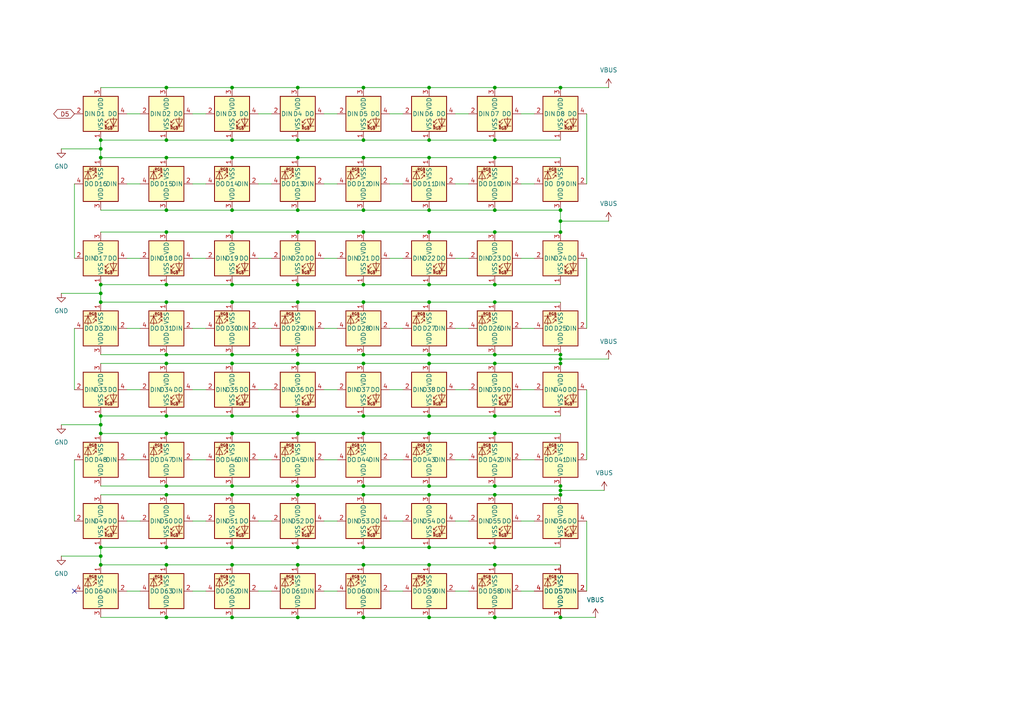
<source format=kicad_sch>
(kicad_sch (version 20250114) (generator "eeschema") (generator_version "9.0")
  (paper "A4")
  (lib_symbols
    (symbol "LED:Inolux_IN-PI554FCH" (pin_names (offset 0.254))
      (property "Reference" "D" (at 5.08 5.715 0))
      (property "Value" "Inolux_IN-PI554FCH" (at 1.27 -5.715 0))
      (symbol "Inolux_IN-PI554FCH_0_0"
        (text "RGB" (at 2.286 -4.191 0) (effects (font (size 0.762 0.762))))
      )
      (symbol "Inolux_IN-PI554FCH_0_1"
        (polyline (pts (xy 1.27 -2.54) (xy 1.778 -2.54)))
        (polyline (pts (xy 1.27 -3.556) (xy 1.778 -3.556)))
        (polyline (pts (xy 2.286 -1.524) (xy 1.27 -2.54) (xy 1.27 -2.032)))
        (polyline (pts (xy 2.286 -2.54) (xy 1.27 -3.556) (xy 1.27 -3.048)))
        (polyline (pts (xy 3.683 -1.016) (xy 3.683 -3.556) (xy 3.683 -4.064)))
        (polyline (pts (xy 4.699 -1.524) (xy 2.667 -1.524) (xy 3.683 -3.556) (xy 4.699 -1.524)))
        (polyline (pts (xy 4.699 -3.556) (xy 2.667 -3.556)))
        (rectangle (start 5.08 5.08) (end -5.08 -5.08) (stroke (width 0.254)) (fill (type background)))
      )
      (symbol "Inolux_IN-PI554FCH_1_1"
        (pin input line (at -7.62 0 0) (length 2.54) (name "DIN") (number "2"))
        (pin power_in line (at 0 7.62 270) (length 2.54) (name "VDD") (number "3"))
        (pin power_in line (at 0 -7.62 90) (length 2.54) (name "VSS") (number "1"))
        (pin output line (at 7.62 0 180) (length 2.54) (name "DO") (number "4"))
      )
    )
    (symbol "power:GND" (power) (pin_numbers (hide yes)) (pin_names (offset 0) (hide yes))
      (property "Value" "GND" (at 0 -3.81 0))
      (symbol "GND_0_1"
        (polyline (pts (xy 0 0) (xy 0 -1.27) (xy 1.27 -1.27) (xy 0 -2.54) (xy -1.27 -1.27) (xy 0 -1.27)))
      )
      (symbol "GND_1_1"
        (pin power_in line (at 0 0 270) (length 0) (name "~") (number "1"))
      )
    )
    (symbol "power:VBUS" (power) (pin_numbers (hide yes)) (pin_names (offset 0) (hide yes))
      (property "Value" "VBUS" (at 0 3.556 0))
      (symbol "VBUS_0_1"
        (polyline (pts (xy -0.762 1.27) (xy 0 2.54)))
        (polyline (pts (xy 0 2.54) (xy 0.762 1.27)))
        (polyline (pts (xy 0 0) (xy 0 2.54)))
      )
      (symbol "VBUS_1_1"
        (pin power_in line (at 0 0 90) (length 0) (name "~") (number "1"))
      )
    )
  )
  (junction (at 67.31 179.07))
  (junction (at 48.26 158.75))
  (junction (at 105.41 60.96))
  (junction (at 105.41 163.83))
  (junction (at 105.41 82.55))
  (junction (at 124.46 105.41))
  (junction (at 67.31 125.73))
  (junction (at 67.31 120.65))
  (junction (at 86.36 140.97))
  (junction (at 105.41 25.4))
  (junction (at 105.41 67.31))
  (junction (at 86.36 125.73))
  (junction (at 124.46 82.55))
  (junction (at 143.51 158.75))
  (junction (at 86.36 40.64))
  (junction (at 124.46 60.96))
  (junction (at 162.56 102.87))
  (junction (at 29.21 163.83))
  (junction (at 86.36 163.83))
  (junction (at 29.21 158.75))
  (junction (at 29.21 40.64))
  (junction (at 48.26 25.4))
  (junction (at 67.31 105.41))
  (junction (at 67.31 163.83))
  (junction (at 124.46 40.64))
  (junction (at 105.41 140.97))
  (junction (at 162.56 67.31))
  (junction (at 124.46 87.63))
  (junction (at 48.26 105.41))
  (junction (at 29.21 85.09))
  (junction (at 67.31 67.31))
  (junction (at 162.56 105.41))
  (junction (at 86.36 25.4))
  (junction (at 67.31 102.87))
  (junction (at 29.21 45.72))
  (junction (at 124.46 45.72))
  (junction (at 143.51 25.4))
  (junction (at 29.21 43.18))
  (junction (at 86.36 45.72))
  (junction (at 48.26 125.73))
  (junction (at 67.31 158.75))
  (junction (at 48.26 45.72))
  (junction (at 143.51 102.87))
  (junction (at 67.31 60.96))
  (junction (at 143.51 87.63))
  (junction (at 48.26 163.83))
  (junction (at 86.36 179.07))
  (junction (at 124.46 25.4))
  (junction (at 105.41 105.41))
  (junction (at 86.36 87.63))
  (junction (at 48.26 87.63))
  (junction (at 124.46 140.97))
  (junction (at 105.41 143.51))
  (junction (at 105.41 125.73))
  (junction (at 86.36 67.31))
  (junction (at 162.56 143.51))
  (junction (at 124.46 120.65))
  (junction (at 143.51 40.64))
  (junction (at 143.51 45.72))
  (junction (at 67.31 140.97))
  (junction (at 48.26 179.07))
  (junction (at 48.26 67.31))
  (junction (at 67.31 25.4))
  (junction (at 162.56 179.07))
  (junction (at 143.51 105.41))
  (junction (at 143.51 120.65))
  (junction (at 48.26 102.87))
  (junction (at 105.41 87.63))
  (junction (at 162.56 142.24))
  (junction (at 162.56 64.135))
  (junction (at 29.21 123.19))
  (junction (at 105.41 158.75))
  (junction (at 86.36 158.75))
  (junction (at 105.41 45.72))
  (junction (at 124.46 163.83))
  (junction (at 48.26 40.64))
  (junction (at 162.56 25.4))
  (junction (at 67.31 40.64))
  (junction (at 124.46 67.31))
  (junction (at 143.51 67.31))
  (junction (at 29.21 120.65))
  (junction (at 48.26 140.97))
  (junction (at 86.36 105.41))
  (junction (at 48.26 120.65))
  (junction (at 143.51 163.83))
  (junction (at 105.41 102.87))
  (junction (at 29.21 125.73))
  (junction (at 48.26 60.96))
  (junction (at 67.31 82.55))
  (junction (at 124.46 158.75))
  (junction (at 124.46 102.87))
  (junction (at 162.56 104.14))
  (junction (at 29.21 82.55))
  (junction (at 143.51 60.96))
  (junction (at 105.41 179.07))
  (junction (at 162.56 60.96))
  (junction (at 105.41 120.65))
  (junction (at 124.46 125.73))
  (junction (at 162.56 140.97))
  (junction (at 143.51 140.97))
  (junction (at 143.51 143.51))
  (junction (at 124.46 143.51))
  (junction (at 86.36 143.51))
  (junction (at 67.31 143.51))
  (junction (at 124.46 179.07))
  (junction (at 86.36 82.55))
  (junction (at 86.36 102.87))
  (junction (at 48.26 82.55))
  (junction (at 29.21 161.29))
  (junction (at 86.36 60.96))
  (junction (at 48.26 143.51))
  (junction (at 67.31 87.63))
  (junction (at 105.41 40.64))
  (junction (at 143.51 125.73))
  (junction (at 86.36 120.65))
  (junction (at 67.31 45.72))
  (junction (at 29.21 87.63))
  (junction (at 143.51 82.55))
  (junction (at 143.51 179.07))
  (no_connect (at 21.59 171.45))
  (wire (pts (xy 67.31 67.31) (xy 86.36 67.31)))
  (wire (pts (xy 105.41 67.31) (xy 124.46 67.31)))
  (wire (pts (xy 17.78 161.29) (xy 29.21 161.29)))
  (wire (pts (xy 55.88 171.45) (xy 59.69 171.45)))
  (wire (pts (xy 143.51 67.31) (xy 162.56 67.31)))
  (wire (pts (xy 48.26 143.51) (xy 67.31 143.51)))
  (wire (pts (xy 36.83 151.13) (xy 40.64 151.13)))
  (wire (pts (xy 162.56 104.14) (xy 176.53 104.14)))
  (wire (pts (xy 55.88 33.02) (xy 59.69 33.02)))
  (wire (pts (xy 29.21 143.51) (xy 48.26 143.51)))
  (wire (pts (xy 36.83 33.02) (xy 40.64 33.02)))
  (wire (pts (xy 162.56 104.14) (xy 162.56 105.41)))
  (wire (pts (xy 132.08 74.93) (xy 135.89 74.93)))
  (wire (pts (xy 170.18 74.93) (xy 170.18 95.25)))
  (wire (pts (xy 86.36 125.73) (xy 105.41 125.73)))
  (wire (pts (xy 86.36 158.75) (xy 105.41 158.75)))
  (wire (pts (xy 74.93 74.93) (xy 78.74 74.93)))
  (wire (pts (xy 67.31 82.55) (xy 86.36 82.55)))
  (wire (pts (xy 29.21 25.4) (xy 48.26 25.4)))
  (wire (pts (xy 151.13 33.02) (xy 154.94 33.02)))
  (wire (pts (xy 36.83 95.25) (xy 40.64 95.25)))
  (wire (pts (xy 86.36 105.41) (xy 105.41 105.41)))
  (wire (pts (xy 86.36 45.72) (xy 105.41 45.72)))
  (wire (pts (xy 67.31 179.07) (xy 86.36 179.07)))
  (wire (pts (xy 113.03 171.45) (xy 116.84 171.45)))
  (wire (pts (xy 86.36 120.65) (xy 105.41 120.65)))
  (wire (pts (xy 132.08 171.45) (xy 135.89 171.45)))
  (wire (pts (xy 151.13 113.03) (xy 154.94 113.03)))
  (wire (pts (xy 162.56 64.135) (xy 162.56 67.31)))
  (wire (pts (xy 74.93 133.35) (xy 78.74 133.35)))
  (wire (pts (xy 143.51 140.97) (xy 162.56 140.97)))
  (wire (pts (xy 29.21 82.55) (xy 48.26 82.55)))
  (wire (pts (xy 86.36 60.96) (xy 105.41 60.96)))
  (wire (pts (xy 67.31 87.63) (xy 86.36 87.63)))
  (wire (pts (xy 143.51 45.72) (xy 162.56 45.72)))
  (wire (pts (xy 17.78 123.19) (xy 29.21 123.19)))
  (wire (pts (xy 143.51 158.75) (xy 162.56 158.75)))
  (wire (pts (xy 170.18 33.02) (xy 170.18 53.34)))
  (wire (pts (xy 29.21 163.83) (xy 48.26 163.83)))
  (wire (pts (xy 48.26 179.07) (xy 67.31 179.07)))
  (wire (pts (xy 132.08 95.25) (xy 135.89 95.25)))
  (wire (pts (xy 74.93 95.25) (xy 78.74 95.25)))
  (wire (pts (xy 48.26 87.63) (xy 67.31 87.63)))
  (wire (pts (xy 124.46 125.73) (xy 143.51 125.73)))
  (wire (pts (xy 124.46 60.96) (xy 143.51 60.96)))
  (wire (pts (xy 86.36 25.4) (xy 105.41 25.4)))
  (wire (pts (xy 124.46 120.65) (xy 143.51 120.65)))
  (wire (pts (xy 105.41 45.72) (xy 124.46 45.72)))
  (wire (pts (xy 162.56 64.135) (xy 176.53 64.135)))
  (wire (pts (xy 105.41 140.97) (xy 124.46 140.97)))
  (wire (pts (xy 162.56 142.24) (xy 175.26 142.24)))
  (wire (pts (xy 93.98 53.34) (xy 97.79 53.34)))
  (wire (pts (xy 29.21 87.63) (xy 48.26 87.63)))
  (wire (pts (xy 132.08 53.34) (xy 135.89 53.34)))
  (wire (pts (xy 132.08 113.03) (xy 135.89 113.03)))
  (wire (pts (xy 132.08 133.35) (xy 135.89 133.35)))
  (wire (pts (xy 36.83 133.35) (xy 40.64 133.35)))
  (wire (pts (xy 113.03 95.25) (xy 116.84 95.25)))
  (wire (pts (xy 93.98 171.45) (xy 97.79 171.45)))
  (wire (pts (xy 86.36 82.55) (xy 105.41 82.55)))
  (wire (pts (xy 143.51 60.96) (xy 162.56 60.96)))
  (wire (pts (xy 124.46 158.75) (xy 143.51 158.75)))
  (wire (pts (xy 105.41 60.96) (xy 124.46 60.96)))
  (wire (pts (xy 143.51 179.07) (xy 162.56 179.07)))
  (wire (pts (xy 67.31 143.51) (xy 86.36 143.51)))
  (wire (pts (xy 86.36 143.51) (xy 105.41 143.51)))
  (wire (pts (xy 29.21 45.72) (xy 48.26 45.72)))
  (wire (pts (xy 29.21 82.55) (xy 29.21 85.09)))
  (wire (pts (xy 29.21 105.41) (xy 48.26 105.41)))
  (wire (pts (xy 67.31 40.64) (xy 86.36 40.64)))
  (wire (pts (xy 143.51 40.64) (xy 162.56 40.64)))
  (wire (pts (xy 151.13 171.45) (xy 154.94 171.45)))
  (wire (pts (xy 143.51 82.55) (xy 162.56 82.55)))
  (wire (pts (xy 29.21 60.96) (xy 48.26 60.96)))
  (wire (pts (xy 143.51 102.87) (xy 162.56 102.87)))
  (wire (pts (xy 36.83 171.45) (xy 40.64 171.45)))
  (wire (pts (xy 29.21 123.19) (xy 29.21 125.73)))
  (wire (pts (xy 124.46 179.07) (xy 143.51 179.07)))
  (wire (pts (xy 74.93 171.45) (xy 78.74 171.45)))
  (wire (pts (xy 143.51 143.51) (xy 162.56 143.51)))
  (wire (pts (xy 105.41 120.65) (xy 124.46 120.65)))
  (wire (pts (xy 74.93 113.03) (xy 78.74 113.03)))
  (wire (pts (xy 17.78 43.18) (xy 29.21 43.18)))
  (wire (pts (xy 151.13 95.25) (xy 154.94 95.25)))
  (wire (pts (xy 143.51 87.63) (xy 162.56 87.63)))
  (wire (pts (xy 29.21 161.29) (xy 29.21 163.83)))
  (wire (pts (xy 67.31 25.4) (xy 86.36 25.4)))
  (wire (pts (xy 124.46 45.72) (xy 143.51 45.72)))
  (wire (pts (xy 67.31 158.75) (xy 86.36 158.75)))
  (wire (pts (xy 124.46 67.31) (xy 143.51 67.31)))
  (wire (pts (xy 86.36 67.31) (xy 105.41 67.31)))
  (wire (pts (xy 48.26 67.31) (xy 67.31 67.31)))
  (wire (pts (xy 124.46 163.83) (xy 143.51 163.83)))
  (wire (pts (xy 29.21 158.75) (xy 48.26 158.75)))
  (wire (pts (xy 151.13 151.13) (xy 154.94 151.13)))
  (wire (pts (xy 170.18 113.03) (xy 170.18 133.35)))
  (wire (pts (xy 124.46 105.41) (xy 143.51 105.41)))
  (wire (pts (xy 36.83 74.93) (xy 40.64 74.93)))
  (wire (pts (xy 29.21 158.75) (xy 29.21 161.29)))
  (wire (pts (xy 29.21 125.73) (xy 48.26 125.73)))
  (wire (pts (xy 48.26 45.72) (xy 67.31 45.72)))
  (wire (pts (xy 67.31 120.65) (xy 86.36 120.65)))
  (wire (pts (xy 29.21 43.18) (xy 29.21 45.72)))
  (wire (pts (xy 55.88 113.03) (xy 59.69 113.03)))
  (wire (pts (xy 124.46 102.87) (xy 143.51 102.87)))
  (wire (pts (xy 67.31 105.41) (xy 86.36 105.41)))
  (wire (pts (xy 21.59 53.34) (xy 21.59 74.93)))
  (wire (pts (xy 151.13 74.93) (xy 154.94 74.93)))
  (wire (pts (xy 86.36 40.64) (xy 105.41 40.64)))
  (wire (pts (xy 172.72 179.07) (xy 162.56 179.07)))
  (wire (pts (xy 48.26 25.4) (xy 67.31 25.4)))
  (wire (pts (xy 48.26 105.41) (xy 67.31 105.41)))
  (wire (pts (xy 132.08 33.02) (xy 135.89 33.02)))
  (wire (pts (xy 67.31 125.73) (xy 86.36 125.73)))
  (wire (pts (xy 93.98 113.03) (xy 97.79 113.03)))
  (wire (pts (xy 143.51 125.73) (xy 162.56 125.73)))
  (wire (pts (xy 176.53 25.4) (xy 162.56 25.4)))
  (wire (pts (xy 48.26 60.96) (xy 67.31 60.96)))
  (wire (pts (xy 93.98 95.25) (xy 97.79 95.25)))
  (wire (pts (xy 105.41 125.73) (xy 124.46 125.73)))
  (wire (pts (xy 151.13 133.35) (xy 154.94 133.35)))
  (wire (pts (xy 36.83 53.34) (xy 40.64 53.34)))
  (wire (pts (xy 113.03 74.93) (xy 116.84 74.93)))
  (wire (pts (xy 17.78 85.09) (xy 29.21 85.09)))
  (wire (pts (xy 29.21 85.09) (xy 29.21 87.63)))
  (wire (pts (xy 86.36 87.63) (xy 105.41 87.63)))
  (wire (pts (xy 105.41 179.07) (xy 124.46 179.07)))
  (wire (pts (xy 124.46 25.4) (xy 143.51 25.4)))
  (wire (pts (xy 74.93 33.02) (xy 78.74 33.02)))
  (wire (pts (xy 113.03 33.02) (xy 116.84 33.02)))
  (wire (pts (xy 74.93 53.34) (xy 78.74 53.34)))
  (wire (pts (xy 86.36 140.97) (xy 105.41 140.97)))
  (wire (pts (xy 162.56 140.97) (xy 162.56 142.24)))
  (wire (pts (xy 21.59 133.35) (xy 21.59 151.13)))
  (wire (pts (xy 29.21 67.31) (xy 48.26 67.31)))
  (wire (pts (xy 105.41 105.41) (xy 124.46 105.41)))
  (wire (pts (xy 86.36 102.87) (xy 105.41 102.87)))
  (wire (pts (xy 48.26 140.97) (xy 67.31 140.97)))
  (wire (pts (xy 36.83 113.03) (xy 40.64 113.03)))
  (wire (pts (xy 113.03 151.13) (xy 116.84 151.13)))
  (wire (pts (xy 113.03 133.35) (xy 116.84 133.35)))
  (wire (pts (xy 105.41 87.63) (xy 124.46 87.63)))
  (wire (pts (xy 48.26 120.65) (xy 67.31 120.65)))
  (wire (pts (xy 55.88 151.13) (xy 59.69 151.13)))
  (wire (pts (xy 48.26 102.87) (xy 67.31 102.87)))
  (wire (pts (xy 143.51 25.4) (xy 162.56 25.4)))
  (wire (pts (xy 105.41 102.87) (xy 124.46 102.87)))
  (wire (pts (xy 67.31 163.83) (xy 86.36 163.83)))
  (wire (pts (xy 48.26 40.64) (xy 67.31 40.64)))
  (wire (pts (xy 29.21 179.07) (xy 48.26 179.07)))
  (wire (pts (xy 93.98 74.93) (xy 97.79 74.93)))
  (wire (pts (xy 113.03 53.34) (xy 116.84 53.34)))
  (wire (pts (xy 86.36 163.83) (xy 105.41 163.83)))
  (wire (pts (xy 21.59 95.25) (xy 21.59 113.03)))
  (wire (pts (xy 67.31 102.87) (xy 86.36 102.87)))
  (wire (pts (xy 67.31 45.72) (xy 86.36 45.72)))
  (wire (pts (xy 113.03 113.03) (xy 116.84 113.03)))
  (wire (pts (xy 55.88 95.25) (xy 59.69 95.25)))
  (wire (pts (xy 55.88 133.35) (xy 59.69 133.35)))
  (wire (pts (xy 151.13 53.34) (xy 154.94 53.34)))
  (wire (pts (xy 124.46 40.64) (xy 143.51 40.64)))
  (wire (pts (xy 143.51 105.41) (xy 162.56 105.41)))
  (wire (pts (xy 55.88 74.93) (xy 59.69 74.93)))
  (wire (pts (xy 124.46 140.97) (xy 143.51 140.97)))
  (wire (pts (xy 162.56 60.96) (xy 162.56 64.135)))
  (wire (pts (xy 67.31 140.97) (xy 86.36 140.97)))
  (wire (pts (xy 48.26 163.83) (xy 67.31 163.83)))
  (wire (pts (xy 93.98 133.35) (xy 97.79 133.35)))
  (wire (pts (xy 105.41 158.75) (xy 124.46 158.75)))
  (wire (pts (xy 48.26 82.55) (xy 67.31 82.55)))
  (wire (pts (xy 124.46 87.63) (xy 143.51 87.63)))
  (wire (pts (xy 124.46 143.51) (xy 143.51 143.51)))
  (wire (pts (xy 74.93 151.13) (xy 78.74 151.13)))
  (wire (pts (xy 29.21 102.87) (xy 48.26 102.87)))
  (wire (pts (xy 93.98 33.02) (xy 97.79 33.02)))
  (wire (pts (xy 105.41 82.55) (xy 124.46 82.55)))
  (wire (pts (xy 29.21 40.64) (xy 48.26 40.64)))
  (wire (pts (xy 132.08 151.13) (xy 135.89 151.13)))
  (wire (pts (xy 29.21 140.97) (xy 48.26 140.97)))
  (wire (pts (xy 67.31 60.96) (xy 86.36 60.96)))
  (wire (pts (xy 48.26 158.75) (xy 67.31 158.75)))
  (wire (pts (xy 29.21 40.64) (xy 29.21 43.18)))
  (wire (pts (xy 162.56 102.87) (xy 162.56 104.14)))
  (wire (pts (xy 48.26 125.73) (xy 67.31 125.73)))
  (wire (pts (xy 143.51 120.65) (xy 162.56 120.65)))
  (wire (pts (xy 124.46 82.55) (xy 143.51 82.55)))
  (wire (pts (xy 29.21 120.65) (xy 29.21 123.19)))
  (wire (pts (xy 105.41 143.51) (xy 124.46 143.51)))
  (wire (pts (xy 105.41 163.83) (xy 124.46 163.83)))
  (wire (pts (xy 86.36 179.07) (xy 105.41 179.07)))
  (wire (pts (xy 105.41 25.4) (xy 124.46 25.4)))
  (wire (pts (xy 162.56 142.24) (xy 162.56 143.51)))
  (wire (pts (xy 55.88 53.34) (xy 59.69 53.34)))
  (wire (pts (xy 170.18 151.13) (xy 170.18 171.45)))
  (wire (pts (xy 105.41 40.64) (xy 124.46 40.64)))
  (wire (pts (xy 93.98 151.13) (xy 97.79 151.13)))
  (wire (pts (xy 143.51 163.83) (xy 162.56 163.83)))
  (wire (pts (xy 29.21 120.65) (xy 48.26 120.65)))
  (global_label "D5" (shape bidirectional) (at 21.59 33.02 180) (property "Intersheetrefs" "${INTERSHEET_REFS}" (effects (hide yes))))
  (symbol (lib_id "LED:Inolux_IN-PI554FCH") (at 124.46 171.45 180) (unit 1)
    (property "Reference" "D59" (at 124.46 171.45 0))
    (property "Value" "Inolux_IN-PI554FCH" (effects (hide yes)))
    (property "Footprint" "LED_SMD:LED_Inolux_IN-PI554FCH_PLCC4_5.0x5.0mm_P3.2mm" (effects (hide yes)))
    (property "Datasheet" "http://www.inolux-corp.com/datasheet/SMDLED/Addressable%20LED/IN-PI554FCH.pdf" (effects (hide yes)))
    (property "Description" "5050 RGB LED 4-Pin with integrated IC" (effects (hide yes)))
  )
  (symbol (lib_id "LED:Inolux_IN-PI554FCH") (at 105.41 113.03 0) (unit 1)
    (property "Reference" "D37" (at 105.41 113.03 0))
    (property "Value" "Inolux_IN-PI554FCH" (effects (hide yes)))
    (property "Footprint" "LED_SMD:LED_Inolux_IN-PI554FCH_PLCC4_5.0x5.0mm_P3.2mm" (effects (hide yes)))
    (property "Datasheet" "http://www.inolux-corp.com/datasheet/SMDLED/Addressable%20LED/IN-PI554FCH.pdf" (effects (hide yes)))
    (property "Description" "5050 RGB LED 4-Pin with integrated IC" (effects (hide yes)))
  )
  (symbol (lib_id "LED:Inolux_IN-PI554FCH") (at 86.36 151.13 0) (unit 1)
    (property "Reference" "D52" (at 86.36 151.13 0))
    (property "Value" "Inolux_IN-PI554FCH" (effects (hide yes)))
    (property "Footprint" "LED_SMD:LED_Inolux_IN-PI554FCH_PLCC4_5.0x5.0mm_P3.2mm" (effects (hide yes)))
    (property "Datasheet" "http://www.inolux-corp.com/datasheet/SMDLED/Addressable%20LED/IN-PI554FCH.pdf" (effects (hide yes)))
    (property "Description" "5050 RGB LED 4-Pin with integrated IC" (effects (hide yes)))
  )
  (symbol (lib_id "LED:Inolux_IN-PI554FCH") (at 124.46 74.93 0) (unit 1)
    (property "Reference" "D22" (at 124.46 74.93 0))
    (property "Value" "Inolux_IN-PI554FCH" (effects (hide yes)))
    (property "Footprint" "LED_SMD:LED_Inolux_IN-PI554FCH_PLCC4_5.0x5.0mm_P3.2mm" (effects (hide yes)))
    (property "Datasheet" "http://www.inolux-corp.com/datasheet/SMDLED/Addressable%20LED/IN-PI554FCH.pdf" (effects (hide yes)))
    (property "Description" "5050 RGB LED 4-Pin with integrated IC" (effects (hide yes)))
  )
  (symbol (lib_id "LED:Inolux_IN-PI554FCH") (at 48.26 33.02 0) (unit 1)
    (property "Reference" "D2" (at 48.26 33.02 0))
    (property "Value" "Inolux_IN-PI554FCH" (effects (hide yes)))
    (property "Footprint" "LED_SMD:LED_Inolux_IN-PI554FCH_PLCC4_5.0x5.0mm_P3.2mm" (effects (hide yes)))
    (property "Datasheet" "http://www.inolux-corp.com/datasheet/SMDLED/Addressable%20LED/IN-PI554FCH.pdf" (effects (hide yes)))
    (property "Description" "5050 RGB LED 4-Pin with integrated IC" (effects (hide yes)))
  )
  (symbol (lib_id "LED:Inolux_IN-PI554FCH") (at 48.26 151.13 0) (unit 1)
    (property "Reference" "D50" (at 48.26 151.13 0))
    (property "Value" "Inolux_IN-PI554FCH" (effects (hide yes)))
    (property "Footprint" "LED_SMD:LED_Inolux_IN-PI554FCH_PLCC4_5.0x5.0mm_P3.2mm" (effects (hide yes)))
    (property "Datasheet" "http://www.inolux-corp.com/datasheet/SMDLED/Addressable%20LED/IN-PI554FCH.pdf" (effects (hide yes)))
    (property "Description" "5050 RGB LED 4-Pin with integrated IC" (effects (hide yes)))
  )
  (symbol (lib_id "power:GND") (at 17.78 161.29 0) (unit 1)
    (property "Reference" "#PWR4" (effects (hide yes)))
    (property "Value" "GND" (at 17.78 166.37 0))
    (property "Description" "Power symbol creates a global label with name \"GND\" , ground" (effects (hide yes)))
  )
  (symbol (lib_id "LED:Inolux_IN-PI554FCH") (at 162.56 151.13 0) (unit 1)
    (property "Reference" "D56" (at 162.56 151.13 0))
    (property "Value" "Inolux_IN-PI554FCH" (effects (hide yes)))
    (property "Footprint" "LED_SMD:LED_Inolux_IN-PI554FCH_PLCC4_5.0x5.0mm_P3.2mm" (effects (hide yes)))
    (property "Datasheet" "http://www.inolux-corp.com/datasheet/SMDLED/Addressable%20LED/IN-PI554FCH.pdf" (effects (hide yes)))
    (property "Description" "5050 RGB LED 4-Pin with integrated IC" (effects (hide yes)))
  )
  (symbol (lib_id "LED:Inolux_IN-PI554FCH") (at 86.36 33.02 0) (unit 1)
    (property "Reference" "D4" (at 86.36 33.02 0))
    (property "Value" "Inolux_IN-PI554FCH" (effects (hide yes)))
    (property "Footprint" "LED_SMD:LED_Inolux_IN-PI554FCH_PLCC4_5.0x5.0mm_P3.2mm" (effects (hide yes)))
    (property "Datasheet" "http://www.inolux-corp.com/datasheet/SMDLED/Addressable%20LED/IN-PI554FCH.pdf" (effects (hide yes)))
    (property "Description" "5050 RGB LED 4-Pin with integrated IC" (effects (hide yes)))
  )
  (symbol (lib_id "LED:Inolux_IN-PI554FCH") (at 105.41 151.13 0) (unit 1)
    (property "Reference" "D53" (at 105.41 151.13 0))
    (property "Value" "Inolux_IN-PI554FCH" (effects (hide yes)))
    (property "Footprint" "LED_SMD:LED_Inolux_IN-PI554FCH_PLCC4_5.0x5.0mm_P3.2mm" (effects (hide yes)))
    (property "Datasheet" "http://www.inolux-corp.com/datasheet/SMDLED/Addressable%20LED/IN-PI554FCH.pdf" (effects (hide yes)))
    (property "Description" "5050 RGB LED 4-Pin with integrated IC" (effects (hide yes)))
  )
  (symbol (lib_id "LED:Inolux_IN-PI554FCH") (at 67.31 33.02 0) (unit 1)
    (property "Reference" "D3" (at 67.31 33.02 0))
    (property "Value" "Inolux_IN-PI554FCH" (effects (hide yes)))
    (property "Footprint" "LED_SMD:LED_Inolux_IN-PI554FCH_PLCC4_5.0x5.0mm_P3.2mm" (effects (hide yes)))
    (property "Datasheet" "http://www.inolux-corp.com/datasheet/SMDLED/Addressable%20LED/IN-PI554FCH.pdf" (effects (hide yes)))
    (property "Description" "5050 RGB LED 4-Pin with integrated IC" (effects (hide yes)))
  )
  (symbol (lib_id "LED:Inolux_IN-PI554FCH") (at 124.46 113.03 0) (unit 1)
    (property "Reference" "D38" (at 124.46 113.03 0))
    (property "Value" "Inolux_IN-PI554FCH" (effects (hide yes)))
    (property "Footprint" "LED_SMD:LED_Inolux_IN-PI554FCH_PLCC4_5.0x5.0mm_P3.2mm" (effects (hide yes)))
    (property "Datasheet" "http://www.inolux-corp.com/datasheet/SMDLED/Addressable%20LED/IN-PI554FCH.pdf" (effects (hide yes)))
    (property "Description" "5050 RGB LED 4-Pin with integrated IC" (effects (hide yes)))
  )
  (symbol (lib_id "LED:Inolux_IN-PI554FCH") (at 48.26 53.34 180) (unit 1)
    (property "Reference" "D15" (at 48.26 53.34 0))
    (property "Value" "Inolux_IN-PI554FCH" (effects (hide yes)))
    (property "Footprint" "LED_SMD:LED_Inolux_IN-PI554FCH_PLCC4_5.0x5.0mm_P3.2mm" (effects (hide yes)))
    (property "Datasheet" "http://www.inolux-corp.com/datasheet/SMDLED/Addressable%20LED/IN-PI554FCH.pdf" (effects (hide yes)))
    (property "Description" "5050 RGB LED 4-Pin with integrated IC" (effects (hide yes)))
  )
  (symbol (lib_id "LED:Inolux_IN-PI554FCH") (at 29.21 133.35 180) (unit 1)
    (property "Reference" "D48" (at 29.21 133.35 0))
    (property "Value" "Inolux_IN-PI554FCH" (effects (hide yes)))
    (property "Footprint" "LED_SMD:LED_Inolux_IN-PI554FCH_PLCC4_5.0x5.0mm_P3.2mm" (effects (hide yes)))
    (property "Datasheet" "http://www.inolux-corp.com/datasheet/SMDLED/Addressable%20LED/IN-PI554FCH.pdf" (effects (hide yes)))
    (property "Description" "5050 RGB LED 4-Pin with integrated IC" (effects (hide yes)))
  )
  (symbol (lib_id "LED:Inolux_IN-PI554FCH") (at 29.21 151.13 0) (unit 1)
    (property "Reference" "D49" (at 29.21 151.13 0))
    (property "Value" "Inolux_IN-PI554FCH" (effects (hide yes)))
    (property "Footprint" "LED_SMD:LED_Inolux_IN-PI554FCH_PLCC4_5.0x5.0mm_P3.2mm" (effects (hide yes)))
    (property "Datasheet" "http://www.inolux-corp.com/datasheet/SMDLED/Addressable%20LED/IN-PI554FCH.pdf" (effects (hide yes)))
    (property "Description" "5050 RGB LED 4-Pin with integrated IC" (effects (hide yes)))
  )
  (symbol (lib_id "power:VBUS") (at 176.53 104.14 0) (unit 1)
    (property "Reference" "#PWR9" (effects (hide yes)))
    (property "Value" "VBUS" (at 176.53 99.06 0))
    (property "Description" "Power symbol creates a global label with name \"VBUS\"" (effects (hide yes)))
  )
  (symbol (lib_id "LED:Inolux_IN-PI554FCH") (at 162.56 53.34 180) (unit 1)
    (property "Reference" "D9" (at 162.56 53.34 0))
    (property "Value" "Inolux_IN-PI554FCH" (effects (hide yes)))
    (property "Footprint" "LED_SMD:LED_Inolux_IN-PI554FCH_PLCC4_5.0x5.0mm_P3.2mm" (effects (hide yes)))
    (property "Datasheet" "http://www.inolux-corp.com/datasheet/SMDLED/Addressable%20LED/IN-PI554FCH.pdf" (effects (hide yes)))
    (property "Description" "5050 RGB LED 4-Pin with integrated IC" (effects (hide yes)))
  )
  (symbol (lib_id "LED:Inolux_IN-PI554FCH") (at 143.51 53.34 180) (unit 1)
    (property "Reference" "D10" (at 143.51 53.34 0))
    (property "Value" "Inolux_IN-PI554FCH" (effects (hide yes)))
    (property "Footprint" "LED_SMD:LED_Inolux_IN-PI554FCH_PLCC4_5.0x5.0mm_P3.2mm" (effects (hide yes)))
    (property "Datasheet" "http://www.inolux-corp.com/datasheet/SMDLED/Addressable%20LED/IN-PI554FCH.pdf" (effects (hide yes)))
    (property "Description" "5050 RGB LED 4-Pin with integrated IC" (effects (hide yes)))
  )
  (symbol (lib_id "LED:Inolux_IN-PI554FCH") (at 29.21 74.93 0) (unit 1)
    (property "Reference" "D17" (at 29.21 74.93 0))
    (property "Value" "Inolux_IN-PI554FCH" (effects (hide yes)))
    (property "Footprint" "LED_SMD:LED_Inolux_IN-PI554FCH_PLCC4_5.0x5.0mm_P3.2mm" (effects (hide yes)))
    (property "Datasheet" "http://www.inolux-corp.com/datasheet/SMDLED/Addressable%20LED/IN-PI554FCH.pdf" (effects (hide yes)))
    (property "Description" "5050 RGB LED 4-Pin with integrated IC" (effects (hide yes)))
  )
  (symbol (lib_id "LED:Inolux_IN-PI554FCH") (at 162.56 74.93 0) (unit 1)
    (property "Reference" "D24" (at 162.56 74.93 0))
    (property "Value" "Inolux_IN-PI554FCH" (effects (hide yes)))
    (property "Footprint" "LED_SMD:LED_Inolux_IN-PI554FCH_PLCC4_5.0x5.0mm_P3.2mm" (effects (hide yes)))
    (property "Datasheet" "http://www.inolux-corp.com/datasheet/SMDLED/Addressable%20LED/IN-PI554FCH.pdf" (effects (hide yes)))
    (property "Description" "5050 RGB LED 4-Pin with integrated IC" (effects (hide yes)))
  )
  (symbol (lib_id "LED:Inolux_IN-PI554FCH") (at 86.36 113.03 0) (unit 1)
    (property "Reference" "D36" (at 86.36 113.03 0))
    (property "Value" "Inolux_IN-PI554FCH" (effects (hide yes)))
    (property "Footprint" "LED_SMD:LED_Inolux_IN-PI554FCH_PLCC4_5.0x5.0mm_P3.2mm" (effects (hide yes)))
    (property "Datasheet" "http://www.inolux-corp.com/datasheet/SMDLED/Addressable%20LED/IN-PI554FCH.pdf" (effects (hide yes)))
    (property "Description" "5050 RGB LED 4-Pin with integrated IC" (effects (hide yes)))
  )
  (symbol (lib_id "LED:Inolux_IN-PI554FCH") (at 48.26 113.03 0) (unit 1)
    (property "Reference" "D34" (at 48.26 113.03 0))
    (property "Value" "Inolux_IN-PI554FCH" (effects (hide yes)))
    (property "Footprint" "LED_SMD:LED_Inolux_IN-PI554FCH_PLCC4_5.0x5.0mm_P3.2mm" (effects (hide yes)))
    (property "Datasheet" "http://www.inolux-corp.com/datasheet/SMDLED/Addressable%20LED/IN-PI554FCH.pdf" (effects (hide yes)))
    (property "Description" "5050 RGB LED 4-Pin with integrated IC" (effects (hide yes)))
  )
  (symbol (lib_id "LED:Inolux_IN-PI554FCH") (at 86.36 95.25 180) (unit 1)
    (property "Reference" "D29" (at 86.36 95.25 0))
    (property "Value" "Inolux_IN-PI554FCH" (effects (hide yes)))
    (property "Footprint" "LED_SMD:LED_Inolux_IN-PI554FCH_PLCC4_5.0x5.0mm_P3.2mm" (effects (hide yes)))
    (property "Datasheet" "http://www.inolux-corp.com/datasheet/SMDLED/Addressable%20LED/IN-PI554FCH.pdf" (effects (hide yes)))
    (property "Description" "5050 RGB LED 4-Pin with integrated IC" (effects (hide yes)))
  )
  (symbol (lib_id "LED:Inolux_IN-PI554FCH") (at 86.36 74.93 0) (unit 1)
    (property "Reference" "D20" (at 86.36 74.93 0))
    (property "Value" "Inolux_IN-PI554FCH" (effects (hide yes)))
    (property "Footprint" "LED_SMD:LED_Inolux_IN-PI554FCH_PLCC4_5.0x5.0mm_P3.2mm" (effects (hide yes)))
    (property "Datasheet" "http://www.inolux-corp.com/datasheet/SMDLED/Addressable%20LED/IN-PI554FCH.pdf" (effects (hide yes)))
    (property "Description" "5050 RGB LED 4-Pin with integrated IC" (effects (hide yes)))
  )
  (symbol (lib_id "LED:Inolux_IN-PI554FCH") (at 143.51 113.03 0) (unit 1)
    (property "Reference" "D39" (at 143.51 113.03 0))
    (property "Value" "Inolux_IN-PI554FCH" (effects (hide yes)))
    (property "Footprint" "LED_SMD:LED_Inolux_IN-PI554FCH_PLCC4_5.0x5.0mm_P3.2mm" (effects (hide yes)))
    (property "Datasheet" "http://www.inolux-corp.com/datasheet/SMDLED/Addressable%20LED/IN-PI554FCH.pdf" (effects (hide yes)))
    (property "Description" "5050 RGB LED 4-Pin with integrated IC" (effects (hide yes)))
  )
  (symbol (lib_id "LED:Inolux_IN-PI554FCH") (at 67.31 171.45 180) (unit 1)
    (property "Reference" "D62" (at 67.31 171.45 0))
    (property "Value" "Inolux_IN-PI554FCH" (effects (hide yes)))
    (property "Footprint" "LED_SMD:LED_Inolux_IN-PI554FCH_PLCC4_5.0x5.0mm_P3.2mm" (effects (hide yes)))
    (property "Datasheet" "http://www.inolux-corp.com/datasheet/SMDLED/Addressable%20LED/IN-PI554FCH.pdf" (effects (hide yes)))
    (property "Description" "5050 RGB LED 4-Pin with integrated IC" (effects (hide yes)))
  )
  (symbol (lib_id "LED:Inolux_IN-PI554FCH") (at 105.41 133.35 180) (unit 1)
    (property "Reference" "D44" (at 105.41 133.35 0))
    (property "Value" "Inolux_IN-PI554FCH" (effects (hide yes)))
    (property "Footprint" "LED_SMD:LED_Inolux_IN-PI554FCH_PLCC4_5.0x5.0mm_P3.2mm" (effects (hide yes)))
    (property "Datasheet" "http://www.inolux-corp.com/datasheet/SMDLED/Addressable%20LED/IN-PI554FCH.pdf" (effects (hide yes)))
    (property "Description" "5050 RGB LED 4-Pin with integrated IC" (effects (hide yes)))
  )
  (symbol (lib_id "LED:Inolux_IN-PI554FCH") (at 67.31 133.35 180) (unit 1)
    (property "Reference" "D46" (at 67.31 133.35 0))
    (property "Value" "Inolux_IN-PI554FCH" (effects (hide yes)))
    (property "Footprint" "LED_SMD:LED_Inolux_IN-PI554FCH_PLCC4_5.0x5.0mm_P3.2mm" (effects (hide yes)))
    (property "Datasheet" "http://www.inolux-corp.com/datasheet/SMDLED/Addressable%20LED/IN-PI554FCH.pdf" (effects (hide yes)))
    (property "Description" "5050 RGB LED 4-Pin with integrated IC" (effects (hide yes)))
  )
  (symbol (lib_id "LED:Inolux_IN-PI554FCH") (at 67.31 151.13 0) (unit 1)
    (property "Reference" "D51" (at 67.31 151.13 0))
    (property "Value" "Inolux_IN-PI554FCH" (effects (hide yes)))
    (property "Footprint" "LED_SMD:LED_Inolux_IN-PI554FCH_PLCC4_5.0x5.0mm_P3.2mm" (effects (hide yes)))
    (property "Datasheet" "http://www.inolux-corp.com/datasheet/SMDLED/Addressable%20LED/IN-PI554FCH.pdf" (effects (hide yes)))
    (property "Description" "5050 RGB LED 4-Pin with integrated IC" (effects (hide yes)))
  )
  (symbol (lib_id "LED:Inolux_IN-PI554FCH") (at 143.51 95.25 180) (unit 1)
    (property "Reference" "D26" (at 143.51 95.25 0))
    (property "Value" "Inolux_IN-PI554FCH" (effects (hide yes)))
    (property "Footprint" "LED_SMD:LED_Inolux_IN-PI554FCH_PLCC4_5.0x5.0mm_P3.2mm" (effects (hide yes)))
    (property "Datasheet" "http://www.inolux-corp.com/datasheet/SMDLED/Addressable%20LED/IN-PI554FCH.pdf" (effects (hide yes)))
    (property "Description" "5050 RGB LED 4-Pin with integrated IC" (effects (hide yes)))
  )
  (symbol (lib_id "LED:Inolux_IN-PI554FCH") (at 29.21 53.34 180) (unit 1)
    (property "Reference" "D16" (at 29.21 53.34 0))
    (property "Value" "Inolux_IN-PI554FCH" (effects (hide yes)))
    (property "Footprint" "LED_SMD:LED_Inolux_IN-PI554FCH_PLCC4_5.0x5.0mm_P3.2mm" (effects (hide yes)))
    (property "Datasheet" "http://www.inolux-corp.com/datasheet/SMDLED/Addressable%20LED/IN-PI554FCH.pdf" (effects (hide yes)))
    (property "Description" "5050 RGB LED 4-Pin with integrated IC" (effects (hide yes)))
  )
  (symbol (lib_id "LED:Inolux_IN-PI554FCH") (at 143.51 133.35 180) (unit 1)
    (property "Reference" "D42" (at 143.51 133.35 0))
    (property "Value" "Inolux_IN-PI554FCH" (effects (hide yes)))
    (property "Footprint" "LED_SMD:LED_Inolux_IN-PI554FCH_PLCC4_5.0x5.0mm_P3.2mm" (effects (hide yes)))
    (property "Datasheet" "http://www.inolux-corp.com/datasheet/SMDLED/Addressable%20LED/IN-PI554FCH.pdf" (effects (hide yes)))
    (property "Description" "5050 RGB LED 4-Pin with integrated IC" (effects (hide yes)))
  )
  (symbol (lib_id "LED:Inolux_IN-PI554FCH") (at 105.41 53.34 180) (unit 1)
    (property "Reference" "D12" (at 105.41 53.34 0))
    (property "Value" "Inolux_IN-PI554FCH" (effects (hide yes)))
    (property "Footprint" "LED_SMD:LED_Inolux_IN-PI554FCH_PLCC4_5.0x5.0mm_P3.2mm" (effects (hide yes)))
    (property "Datasheet" "http://www.inolux-corp.com/datasheet/SMDLED/Addressable%20LED/IN-PI554FCH.pdf" (effects (hide yes)))
    (property "Description" "5050 RGB LED 4-Pin with integrated IC" (effects (hide yes)))
  )
  (symbol (lib_id "LED:Inolux_IN-PI554FCH") (at 162.56 95.25 180) (unit 1)
    (property "Reference" "D25" (at 162.56 95.25 0))
    (property "Value" "Inolux_IN-PI554FCH" (effects (hide yes)))
    (property "Footprint" "LED_SMD:LED_Inolux_IN-PI554FCH_PLCC4_5.0x5.0mm_P3.2mm" (effects (hide yes)))
    (property "Datasheet" "http://www.inolux-corp.com/datasheet/SMDLED/Addressable%20LED/IN-PI554FCH.pdf" (effects (hide yes)))
    (property "Description" "5050 RGB LED 4-Pin with integrated IC" (effects (hide yes)))
  )
  (symbol (lib_id "power:VBUS") (at 175.26 142.24 0) (unit 1)
    (property "Reference" "#PWR10" (effects (hide yes)))
    (property "Value" "VBUS" (at 175.26 137.16 0))
    (property "Description" "Power symbol creates a global label with name \"VBUS\"" (effects (hide yes)))
  )
  (symbol (lib_id "LED:Inolux_IN-PI554FCH") (at 162.56 33.02 0) (unit 1)
    (property "Reference" "D8" (at 162.56 33.02 0))
    (property "Value" "Inolux_IN-PI554FCH" (effects (hide yes)))
    (property "Footprint" "LED_SMD:LED_Inolux_IN-PI554FCH_PLCC4_5.0x5.0mm_P3.2mm" (effects (hide yes)))
    (property "Datasheet" "http://www.inolux-corp.com/datasheet/SMDLED/Addressable%20LED/IN-PI554FCH.pdf" (effects (hide yes)))
    (property "Description" "5050 RGB LED 4-Pin with integrated IC" (effects (hide yes)))
  )
  (symbol (lib_id "LED:Inolux_IN-PI554FCH") (at 86.36 171.45 180) (unit 1)
    (property "Reference" "D61" (at 86.36 171.45 0))
    (property "Value" "Inolux_IN-PI554FCH" (effects (hide yes)))
    (property "Footprint" "LED_SMD:LED_Inolux_IN-PI554FCH_PLCC4_5.0x5.0mm_P3.2mm" (effects (hide yes)))
    (property "Datasheet" "http://www.inolux-corp.com/datasheet/SMDLED/Addressable%20LED/IN-PI554FCH.pdf" (effects (hide yes)))
    (property "Description" "5050 RGB LED 4-Pin with integrated IC" (effects (hide yes)))
  )
  (symbol (lib_id "LED:Inolux_IN-PI554FCH") (at 48.26 171.45 180) (unit 1)
    (property "Reference" "D63" (at 48.26 171.45 0))
    (property "Value" "Inolux_IN-PI554FCH" (effects (hide yes)))
    (property "Footprint" "LED_SMD:LED_Inolux_IN-PI554FCH_PLCC4_5.0x5.0mm_P3.2mm" (effects (hide yes)))
    (property "Datasheet" "http://www.inolux-corp.com/datasheet/SMDLED/Addressable%20LED/IN-PI554FCH.pdf" (effects (hide yes)))
    (property "Description" "5050 RGB LED 4-Pin with integrated IC" (effects (hide yes)))
  )
  (symbol (lib_id "LED:Inolux_IN-PI554FCH") (at 67.31 74.93 0) (unit 1)
    (property "Reference" "D19" (at 67.31 74.93 0))
    (property "Value" "Inolux_IN-PI554FCH" (effects (hide yes)))
    (property "Footprint" "LED_SMD:LED_Inolux_IN-PI554FCH_PLCC4_5.0x5.0mm_P3.2mm" (effects (hide yes)))
    (property "Datasheet" "http://www.inolux-corp.com/datasheet/SMDLED/Addressable%20LED/IN-PI554FCH.pdf" (effects (hide yes)))
    (property "Description" "5050 RGB LED 4-Pin with integrated IC" (effects (hide yes)))
  )
  (symbol (lib_id "LED:Inolux_IN-PI554FCH") (at 48.26 95.25 180) (unit 1)
    (property "Reference" "D31" (at 48.26 95.25 0))
    (property "Value" "Inolux_IN-PI554FCH" (effects (hide yes)))
    (property "Footprint" "LED_SMD:LED_Inolux_IN-PI554FCH_PLCC4_5.0x5.0mm_P3.2mm" (effects (hide yes)))
    (property "Datasheet" "http://www.inolux-corp.com/datasheet/SMDLED/Addressable%20LED/IN-PI554FCH.pdf" (effects (hide yes)))
    (property "Description" "5050 RGB LED 4-Pin with integrated IC" (effects (hide yes)))
  )
  (symbol (lib_id "LED:Inolux_IN-PI554FCH") (at 162.56 171.45 180) (unit 1)
    (property "Reference" "D57" (at 162.56 171.45 0))
    (property "Value" "Inolux_IN-PI554FCH" (effects (hide yes)))
    (property "Footprint" "LED_SMD:LED_Inolux_IN-PI554FCH_PLCC4_5.0x5.0mm_P3.2mm" (effects (hide yes)))
    (property "Datasheet" "http://www.inolux-corp.com/datasheet/SMDLED/Addressable%20LED/IN-PI554FCH.pdf" (effects (hide yes)))
    (property "Description" "5050 RGB LED 4-Pin with integrated IC" (effects (hide yes)))
  )
  (symbol (lib_id "power:GND") (at 17.78 43.18 0) (unit 1)
    (property "Reference" "#PWR1" (effects (hide yes)))
    (property "Value" "GND" (at 17.78 48.26 0))
    (property "Description" "Power symbol creates a global label with name \"GND\" , ground" (effects (hide yes)))
  )
  (symbol (lib_id "LED:Inolux_IN-PI554FCH") (at 86.36 133.35 180) (unit 1)
    (property "Reference" "D45" (at 86.36 133.35 0))
    (property "Value" "Inolux_IN-PI554FCH" (effects (hide yes)))
    (property "Footprint" "LED_SMD:LED_Inolux_IN-PI554FCH_PLCC4_5.0x5.0mm_P3.2mm" (effects (hide yes)))
    (property "Datasheet" "http://www.inolux-corp.com/datasheet/SMDLED/Addressable%20LED/IN-PI554FCH.pdf" (effects (hide yes)))
    (property "Description" "5050 RGB LED 4-Pin with integrated IC" (effects (hide yes)))
  )
  (symbol (lib_id "LED:Inolux_IN-PI554FCH") (at 67.31 113.03 0) (unit 1)
    (property "Reference" "D35" (at 67.31 113.03 0))
    (property "Value" "Inolux_IN-PI554FCH" (effects (hide yes)))
    (property "Footprint" "LED_SMD:LED_Inolux_IN-PI554FCH_PLCC4_5.0x5.0mm_P3.2mm" (effects (hide yes)))
    (property "Datasheet" "http://www.inolux-corp.com/datasheet/SMDLED/Addressable%20LED/IN-PI554FCH.pdf" (effects (hide yes)))
    (property "Description" "5050 RGB LED 4-Pin with integrated IC" (effects (hide yes)))
  )
  (symbol (lib_id "LED:Inolux_IN-PI554FCH") (at 143.51 74.93 0) (unit 1)
    (property "Reference" "D23" (at 143.51 74.93 0))
    (property "Value" "Inolux_IN-PI554FCH" (effects (hide yes)))
    (property "Footprint" "LED_SMD:LED_Inolux_IN-PI554FCH_PLCC4_5.0x5.0mm_P3.2mm" (effects (hide yes)))
    (property "Datasheet" "http://www.inolux-corp.com/datasheet/SMDLED/Addressable%20LED/IN-PI554FCH.pdf" (effects (hide yes)))
    (property "Description" "5050 RGB LED 4-Pin with integrated IC" (effects (hide yes)))
  )
  (symbol (lib_id "LED:Inolux_IN-PI554FCH") (at 124.46 95.25 180) (unit 1)
    (property "Reference" "D27" (at 124.46 95.25 0))
    (property "Value" "Inolux_IN-PI554FCH" (effects (hide yes)))
    (property "Footprint" "LED_SMD:LED_Inolux_IN-PI554FCH_PLCC4_5.0x5.0mm_P3.2mm" (effects (hide yes)))
    (property "Datasheet" "http://www.inolux-corp.com/datasheet/SMDLED/Addressable%20LED/IN-PI554FCH.pdf" (effects (hide yes)))
    (property "Description" "5050 RGB LED 4-Pin with integrated IC" (effects (hide yes)))
  )
  (symbol (lib_id "LED:Inolux_IN-PI554FCH") (at 143.51 151.13 0) (unit 1)
    (property "Reference" "D55" (at 143.51 151.13 0))
    (property "Value" "Inolux_IN-PI554FCH" (effects (hide yes)))
    (property "Footprint" "LED_SMD:LED_Inolux_IN-PI554FCH_PLCC4_5.0x5.0mm_P3.2mm" (effects (hide yes)))
    (property "Datasheet" "http://www.inolux-corp.com/datasheet/SMDLED/Addressable%20LED/IN-PI554FCH.pdf" (effects (hide yes)))
    (property "Description" "5050 RGB LED 4-Pin with integrated IC" (effects (hide yes)))
  )
  (symbol (lib_id "LED:Inolux_IN-PI554FCH") (at 143.51 33.02 0) (unit 1)
    (property "Reference" "D7" (at 143.51 33.02 0))
    (property "Value" "Inolux_IN-PI554FCH" (effects (hide yes)))
    (property "Footprint" "LED_SMD:LED_Inolux_IN-PI554FCH_PLCC4_5.0x5.0mm_P3.2mm" (effects (hide yes)))
    (property "Datasheet" "http://www.inolux-corp.com/datasheet/SMDLED/Addressable%20LED/IN-PI554FCH.pdf" (effects (hide yes)))
    (property "Description" "5050 RGB LED 4-Pin with integrated IC" (effects (hide yes)))
  )
  (symbol (lib_id "power:VBUS") (at 172.72 179.07 0) (unit 1)
    (property "Reference" "#PWR81" (effects (hide yes)))
    (property "Value" "VBUS" (at 172.72 173.99 0))
    (property "Description" "Power symbol creates a global label with name \"VBUS\"" (effects (hide yes)))
  )
  (symbol (lib_id "LED:Inolux_IN-PI554FCH") (at 162.56 133.35 180) (unit 1)
    (property "Reference" "D41" (at 162.56 133.35 0))
    (property "Value" "Inolux_IN-PI554FCH" (effects (hide yes)))
    (property "Footprint" "LED_SMD:LED_Inolux_IN-PI554FCH_PLCC4_5.0x5.0mm_P3.2mm" (effects (hide yes)))
    (property "Datasheet" "http://www.inolux-corp.com/datasheet/SMDLED/Addressable%20LED/IN-PI554FCH.pdf" (effects (hide yes)))
    (property "Description" "5050 RGB LED 4-Pin with integrated IC" (effects (hide yes)))
  )
  (symbol (lib_id "LED:Inolux_IN-PI554FCH") (at 124.46 53.34 180) (unit 1)
    (property "Reference" "D11" (at 124.46 53.34 0))
    (property "Value" "Inolux_IN-PI554FCH" (effects (hide yes)))
    (property "Footprint" "LED_SMD:LED_Inolux_IN-PI554FCH_PLCC4_5.0x5.0mm_P3.2mm" (effects (hide yes)))
    (property "Datasheet" "http://www.inolux-corp.com/datasheet/SMDLED/Addressable%20LED/IN-PI554FCH.pdf" (effects (hide yes)))
    (property "Description" "5050 RGB LED 4-Pin with integrated IC" (effects (hide yes)))
  )
  (symbol (lib_id "LED:Inolux_IN-PI554FCH") (at 124.46 133.35 180) (unit 1)
    (property "Reference" "D43" (at 124.46 133.35 0))
    (property "Value" "Inolux_IN-PI554FCH" (effects (hide yes)))
    (property "Footprint" "LED_SMD:LED_Inolux_IN-PI554FCH_PLCC4_5.0x5.0mm_P3.2mm" (effects (hide yes)))
    (property "Datasheet" "http://www.inolux-corp.com/datasheet/SMDLED/Addressable%20LED/IN-PI554FCH.pdf" (effects (hide yes)))
    (property "Description" "5050 RGB LED 4-Pin with integrated IC" (effects (hide yes)))
  )
  (symbol (lib_id "LED:Inolux_IN-PI554FCH") (at 29.21 95.25 180) (unit 1)
    (property "Reference" "D32" (at 29.21 95.25 0))
    (property "Value" "Inolux_IN-PI554FCH" (effects (hide yes)))
    (property "Footprint" "LED_SMD:LED_Inolux_IN-PI554FCH_PLCC4_5.0x5.0mm_P3.2mm" (effects (hide yes)))
    (property "Datasheet" "http://www.inolux-corp.com/datasheet/SMDLED/Addressable%20LED/IN-PI554FCH.pdf" (effects (hide yes)))
    (property "Description" "5050 RGB LED 4-Pin with integrated IC" (effects (hide yes)))
  )
  (symbol (lib_id "power:GND") (at 17.78 123.19 0) (unit 1)
    (property "Reference" "#PWR3" (effects (hide yes)))
    (property "Value" "GND" (at 17.78 128.27 0))
    (property "Description" "Power symbol creates a global label with name \"GND\" , ground" (effects (hide yes)))
  )
  (symbol (lib_id "LED:Inolux_IN-PI554FCH") (at 29.21 113.03 0) (unit 1)
    (property "Reference" "D33" (at 29.21 113.03 0))
    (property "Value" "Inolux_IN-PI554FCH" (effects (hide yes)))
    (property "Footprint" "LED_SMD:LED_Inolux_IN-PI554FCH_PLCC4_5.0x5.0mm_P3.2mm" (effects (hide yes)))
    (property "Datasheet" "http://www.inolux-corp.com/datasheet/SMDLED/Addressable%20LED/IN-PI554FCH.pdf" (effects (hide yes)))
    (property "Description" "5050 RGB LED 4-Pin with integrated IC" (effects (hide yes)))
  )
  (symbol (lib_id "LED:Inolux_IN-PI554FCH") (at 48.26 133.35 180) (unit 1)
    (property "Reference" "D47" (at 48.26 133.35 0))
    (property "Value" "Inolux_IN-PI554FCH" (effects (hide yes)))
    (property "Footprint" "LED_SMD:LED_Inolux_IN-PI554FCH_PLCC4_5.0x5.0mm_P3.2mm" (effects (hide yes)))
    (property "Datasheet" "http://www.inolux-corp.com/datasheet/SMDLED/Addressable%20LED/IN-PI554FCH.pdf" (effects (hide yes)))
    (property "Description" "5050 RGB LED 4-Pin with integrated IC" (effects (hide yes)))
  )
  (symbol (lib_id "LED:Inolux_IN-PI554FCH") (at 48.26 74.93 0) (unit 1)
    (property "Reference" "D18" (at 48.26 74.93 0))
    (property "Value" "Inolux_IN-PI554FCH" (effects (hide yes)))
    (property "Footprint" "LED_SMD:LED_Inolux_IN-PI554FCH_PLCC4_5.0x5.0mm_P3.2mm" (effects (hide yes)))
    (property "Datasheet" "http://www.inolux-corp.com/datasheet/SMDLED/Addressable%20LED/IN-PI554FCH.pdf" (effects (hide yes)))
    (property "Description" "5050 RGB LED 4-Pin with integrated IC" (effects (hide yes)))
  )
  (symbol (lib_id "LED:Inolux_IN-PI554FCH") (at 105.41 171.45 180) (unit 1)
    (property "Reference" "D60" (at 105.41 171.45 0))
    (property "Value" "Inolux_IN-PI554FCH" (effects (hide yes)))
    (property "Footprint" "LED_SMD:LED_Inolux_IN-PI554FCH_PLCC4_5.0x5.0mm_P3.2mm" (effects (hide yes)))
    (property "Datasheet" "http://www.inolux-corp.com/datasheet/SMDLED/Addressable%20LED/IN-PI554FCH.pdf" (effects (hide yes)))
    (property "Description" "5050 RGB LED 4-Pin with integrated IC" (effects (hide yes)))
  )
  (symbol (lib_id "LED:Inolux_IN-PI554FCH") (at 105.41 74.93 0) (unit 1)
    (property "Reference" "D21" (at 105.41 74.93 0))
    (property "Value" "Inolux_IN-PI554FCH" (effects (hide yes)))
    (property "Footprint" "LED_SMD:LED_Inolux_IN-PI554FCH_PLCC4_5.0x5.0mm_P3.2mm" (effects (hide yes)))
    (property "Datasheet" "http://www.inolux-corp.com/datasheet/SMDLED/Addressable%20LED/IN-PI554FCH.pdf" (effects (hide yes)))
    (property "Description" "5050 RGB LED 4-Pin with integrated IC" (effects (hide yes)))
  )
  (symbol (lib_id "LED:Inolux_IN-PI554FCH") (at 162.56 113.03 0) (unit 1)
    (property "Reference" "D40" (at 162.56 113.03 0))
    (property "Value" "Inolux_IN-PI554FCH" (effects (hide yes)))
    (property "Footprint" "LED_SMD:LED_Inolux_IN-PI554FCH_PLCC4_5.0x5.0mm_P3.2mm" (effects (hide yes)))
    (property "Datasheet" "http://www.inolux-corp.com/datasheet/SMDLED/Addressable%20LED/IN-PI554FCH.pdf" (effects (hide yes)))
    (property "Description" "5050 RGB LED 4-Pin with integrated IC" (effects (hide yes)))
  )
  (symbol (lib_id "power:GND") (at 17.78 85.09 0) (unit 1)
    (property "Reference" "#PWR2" (effects (hide yes)))
    (property "Value" "GND" (at 17.78 90.17 0))
    (property "Description" "Power symbol creates a global label with name \"GND\" , ground" (effects (hide yes)))
  )
  (symbol (lib_id "LED:Inolux_IN-PI554FCH") (at 105.41 95.25 180) (unit 1)
    (property "Reference" "D28" (at 105.41 95.25 0))
    (property "Value" "Inolux_IN-PI554FCH" (effects (hide yes)))
    (property "Footprint" "LED_SMD:LED_Inolux_IN-PI554FCH_PLCC4_5.0x5.0mm_P3.2mm" (effects (hide yes)))
    (property "Datasheet" "http://www.inolux-corp.com/datasheet/SMDLED/Addressable%20LED/IN-PI554FCH.pdf" (effects (hide yes)))
    (property "Description" "5050 RGB LED 4-Pin with integrated IC" (effects (hide yes)))
  )
  (symbol (lib_id "LED:Inolux_IN-PI554FCH") (at 29.21 33.02 0) (unit 1)
    (property "Reference" "D1" (at 29.21 33.02 0))
    (property "Value" "Inolux_IN-PI554FCH" (effects (hide yes)))
    (property "Footprint" "LED_SMD:LED_Inolux_IN-PI554FCH_PLCC4_5.0x5.0mm_P3.2mm" (effects (hide yes)))
    (property "Datasheet" "http://www.inolux-corp.com/datasheet/SMDLED/Addressable%20LED/IN-PI554FCH.pdf" (effects (hide yes)))
    (property "Description" "5050 RGB LED 4-Pin with integrated IC" (effects (hide yes)))
  )
  (symbol (lib_id "LED:Inolux_IN-PI554FCH") (at 124.46 151.13 0) (unit 1)
    (property "Reference" "D54" (at 124.46 151.13 0))
    (property "Value" "Inolux_IN-PI554FCH" (effects (hide yes)))
    (property "Footprint" "LED_SMD:LED_Inolux_IN-PI554FCH_PLCC4_5.0x5.0mm_P3.2mm" (effects (hide yes)))
    (property "Datasheet" "http://www.inolux-corp.com/datasheet/SMDLED/Addressable%20LED/IN-PI554FCH.pdf" (effects (hide yes)))
    (property "Description" "5050 RGB LED 4-Pin with integrated IC" (effects (hide yes)))
  )
  (symbol (lib_id "LED:Inolux_IN-PI554FCH") (at 105.41 33.02 0) (unit 1)
    (property "Reference" "D5" (at 105.41 33.02 0))
    (property "Value" "Inolux_IN-PI554FCH" (effects (hide yes)))
    (property "Footprint" "LED_SMD:LED_Inolux_IN-PI554FCH_PLCC4_5.0x5.0mm_P3.2mm" (effects (hide yes)))
    (property "Datasheet" "http://www.inolux-corp.com/datasheet/SMDLED/Addressable%20LED/IN-PI554FCH.pdf" (effects (hide yes)))
    (property "Description" "5050 RGB LED 4-Pin with integrated IC" (effects (hide yes)))
  )
  (symbol (lib_id "LED:Inolux_IN-PI554FCH") (at 29.21 171.45 180) (unit 1)
    (property "Reference" "D64" (at 29.21 171.45 0))
    (property "Value" "Inolux_IN-PI554FCH" (effects (hide yes)))
    (property "Footprint" "LED_SMD:LED_Inolux_IN-PI554FCH_PLCC4_5.0x5.0mm_P3.2mm" (effects (hide yes)))
    (property "Datasheet" "http://www.inolux-corp.com/datasheet/SMDLED/Addressable%20LED/IN-PI554FCH.pdf" (effects (hide yes)))
    (property "Description" "5050 RGB LED 4-Pin with integrated IC" (effects (hide yes)))
  )
  (symbol (lib_id "LED:Inolux_IN-PI554FCH") (at 67.31 95.25 180) (unit 1)
    (property "Reference" "D30" (at 67.31 95.25 0))
    (property "Value" "Inolux_IN-PI554FCH" (effects (hide yes)))
    (property "Footprint" "LED_SMD:LED_Inolux_IN-PI554FCH_PLCC4_5.0x5.0mm_P3.2mm" (effects (hide yes)))
    (property "Datasheet" "http://www.inolux-corp.com/datasheet/SMDLED/Addressable%20LED/IN-PI554FCH.pdf" (effects (hide yes)))
    (property "Description" "5050 RGB LED 4-Pin with integrated IC" (effects (hide yes)))
  )
  (symbol (lib_id "power:VBUS") (at 176.53 25.4 0) (unit 1)
    (property "Reference" "#PWR7" (effects (hide yes)))
    (property "Value" "VBUS" (at 176.53 20.32 0))
    (property "Description" "Power symbol creates a global label with name \"VBUS\"" (effects (hide yes)))
  )
  (symbol (lib_id "LED:Inolux_IN-PI554FCH") (at 86.36 53.34 180) (unit 1)
    (property "Reference" "D13" (at 86.36 53.34 0))
    (property "Value" "Inolux_IN-PI554FCH" (effects (hide yes)))
    (property "Footprint" "LED_SMD:LED_Inolux_IN-PI554FCH_PLCC4_5.0x5.0mm_P3.2mm" (effects (hide yes)))
    (property "Datasheet" "http://www.inolux-corp.com/datasheet/SMDLED/Addressable%20LED/IN-PI554FCH.pdf" (effects (hide yes)))
    (property "Description" "5050 RGB LED 4-Pin with integrated IC" (effects (hide yes)))
  )
  (symbol (lib_id "LED:Inolux_IN-PI554FCH") (at 124.46 33.02 0) (unit 1)
    (property "Reference" "D6" (at 124.46 33.02 0))
    (property "Value" "Inolux_IN-PI554FCH" (effects (hide yes)))
    (property "Footprint" "LED_SMD:LED_Inolux_IN-PI554FCH_PLCC4_5.0x5.0mm_P3.2mm" (effects (hide yes)))
    (property "Datasheet" "http://www.inolux-corp.com/datasheet/SMDLED/Addressable%20LED/IN-PI554FCH.pdf" (effects (hide yes)))
    (property "Description" "5050 RGB LED 4-Pin with integrated IC" (effects (hide yes)))
  )
  (symbol (lib_id "LED:Inolux_IN-PI554FCH") (at 143.51 171.45 180) (unit 1)
    (property "Reference" "D58" (at 143.51 171.45 0))
    (property "Value" "Inolux_IN-PI554FCH" (effects (hide yes)))
    (property "Footprint" "LED_SMD:LED_Inolux_IN-PI554FCH_PLCC4_5.0x5.0mm_P3.2mm" (effects (hide yes)))
    (property "Datasheet" "http://www.inolux-corp.com/datasheet/SMDLED/Addressable%20LED/IN-PI554FCH.pdf" (effects (hide yes)))
    (property "Description" "5050 RGB LED 4-Pin with integrated IC" (effects (hide yes)))
  )
  (symbol (lib_id "power:VBUS") (at 176.53 64.135 0) (unit 1)
    (property "Reference" "#PWR8" (effects (hide yes)))
    (property "Value" "VBUS" (at 176.53 59.055 0))
    (property "Description" "Power symbol creates a global label with name \"VBUS\"" (effects (hide yes)))
  )
  (symbol (lib_id "LED:Inolux_IN-PI554FCH") (at 67.31 53.34 180) (unit 1)
    (property "Reference" "D14" (at 67.31 53.34 0))
    (property "Value" "Inolux_IN-PI554FCH" (effects (hide yes)))
    (property "Footprint" "LED_SMD:LED_Inolux_IN-PI554FCH_PLCC4_5.0x5.0mm_P3.2mm" (effects (hide yes)))
    (property "Datasheet" "http://www.inolux-corp.com/datasheet/SMDLED/Addressable%20LED/IN-PI554FCH.pdf" (effects (hide yes)))
    (property "Description" "5050 RGB LED 4-Pin with integrated IC" (effects (hide yes)))
  )
)
</source>
